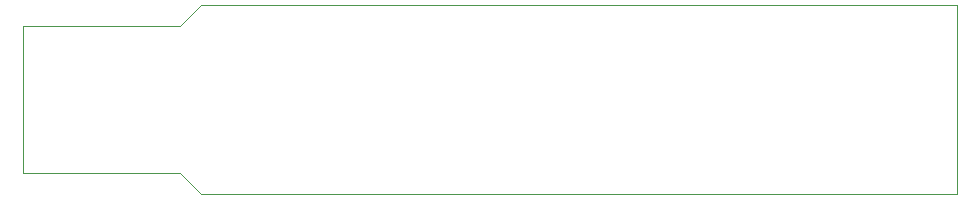
<source format=gbr>
%FSTAX23Y23*%
%MOMM*%
%SFA1B1*%

%IPPOS*%
%ADD46C,0.025400*%
%LNmicamp_profile-1*%
%LPD*%
G54D46*
X0Y01749D02*
X13249D01*
X14999Y0*
X78999*
Y15999*
X14999*
X13249Y14249*
X0*
Y01749*
M02*
</source>
